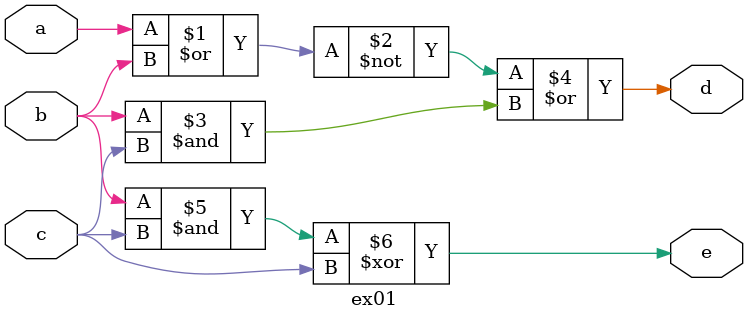
<source format=sv>
module ex01(input a, b, c, output d, e);
    assign d = ~(a | b) | (b & c);
    assign e = (b & c) ^ c;
endmodule
</source>
